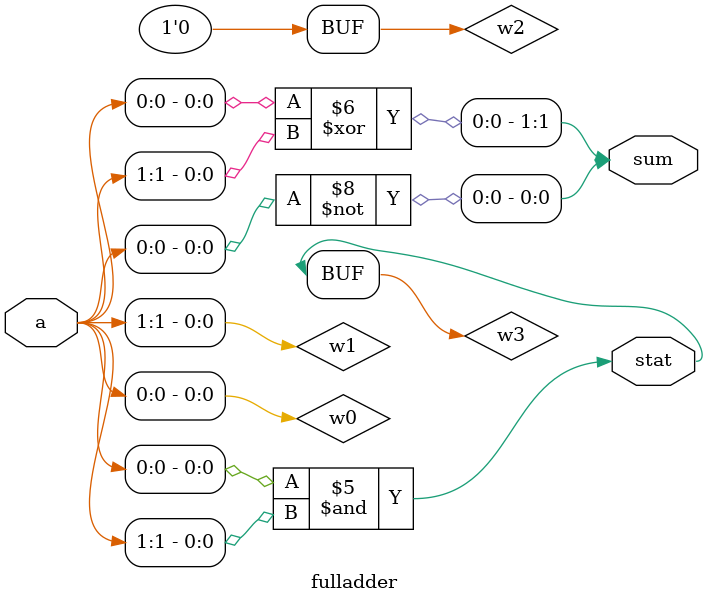
<source format=v>
`timescale 1ns / 1ps

module fulladder(stat, sum, a);

//−−−−−−−−−−−−−Input Ports−−−−−−−−−−−−−−−−−−−−−−−−−−−−−

input [1:0] a; //input a 2 bit register

//−−−−−−−−−−−−−Output Ports−−−−−−−−−−−−−−−−−−−−−−−−−−−−

output [1:0] sum; //output 2 bit registers
output stat; //see whether registers overflown

//−−−−−−−−−−−−−Input ports Data Type−−−−−−−−−−−−−−−−−−−
// By rule all the input ports should be wires
wire [1:0] a;

//−−−−−−−−−−−−−Output Ports Data Type−−−−−−−−−−−−−−−−−−
// Output port can be a storage element (reg) or a wire
wire [1:0] sum;
wire stat;


wire w0, w1, w2, w3, w_sum0, w_sum1, w_stat;
	
	//set LSB of input to w_sum0
	xor u0(sum[0], a[0], 1'b1);

	//set MSB of input to w_sum1
	and u1(w0, a[0], 1'b1);
	xor u2(w1, a[1], 1'b0);
	and u3(w2, a[1], 1'b0);
	and u4(w3, w0, w1);
	xor u5(sum[1], w0, w1);

	//set carry out to be w_stat
	or  u6(stat, w2, w3);



endmodule
</source>
